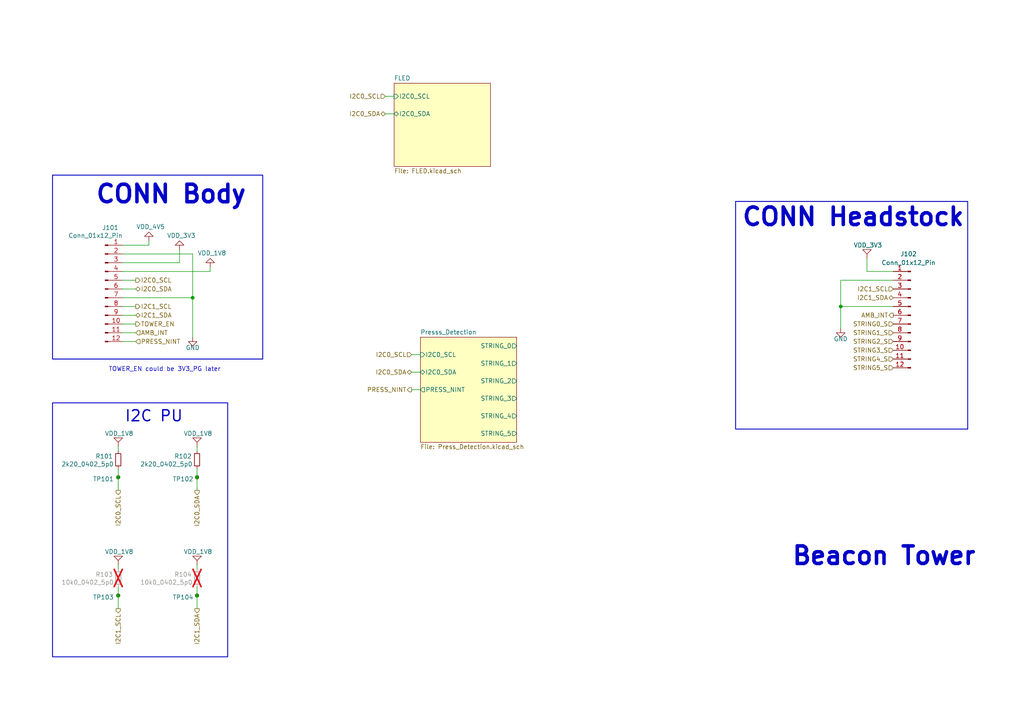
<source format=kicad_sch>
(kicad_sch (version 20250114) (generator "eeschema") (generator_version "9.0")
  (paper "A4")
  (title_block (title "Beacon Tower") (date "2025-06-14") (rev "1"))
  (lib_symbols
    (symbol "CUSTOM_LIBRARY:POWER_SINK" (power) (in_bom no) (on_board no)
      (property "Value" "POWER_SINK" (at -1.016 3.81 0))
      (symbol "POWER_SINK_0_1"
        (polyline (pts (xy 0 1.27) (xy 0 0)))
        (polyline (pts (xy 0 1.27) (xy -1.27 2.54) (xy 1.27 2.54) (xy 0 1.27)))
      )
      (symbol "POWER_SINK_1_1"
        (pin power_in line (at 0 0 90) (length 1.27) (hide yes) (name "VDD_3V3") (number ""))
      )
    )
    (symbol "CUSTOM_LIBRARY:POWER_SOURCE" (power) (in_bom no) (on_board no)
      (property "Value" "POWER_SOURCE" (at 0.508 4.064 0))
      (symbol "POWER_SOURCE_0_1"
        (polyline (pts (xy 0 2.54) (xy -1.27 1.27) (xy 1.27 1.27) (xy 0 2.54)))
        (polyline (pts (xy 0 1.27) (xy 0 0)))
      )
      (symbol "POWER_SOURCE_1_1"
        (pin power_in line (at 0 0 90) (length 1.27) (hide yes) (name "VDD_3V3") (number ""))
      )
    )
    (symbol "Connector:Conn_01x12_Pin" (pin_names (offset 1.016) (hide yes))
      (property "Reference" "J" (at 0 15.24 0))
      (property "Value" "Conn_01x12_Pin" (at 0 -17.78 0))
      (symbol "Conn_01x12_Pin_1_1"
        (rectangle (start 0.8636 12.827) (end 0 12.573) (stroke (width 0.1524)) (fill (type outline)))
        (rectangle (start 0.8636 10.287) (end 0 10.033) (stroke (width 0.1524)) (fill (type outline)))
        (rectangle (start 0.8636 7.747) (end 0 7.493) (stroke (width 0.1524)) (fill (type outline)))
        (rectangle (start 0.8636 5.207) (end 0 4.953) (stroke (width 0.1524)) (fill (type outline)))
        (rectangle (start 0.8636 2.667) (end 0 2.413) (stroke (width 0.1524)) (fill (type outline)))
        (rectangle (start 0.8636 0.127) (end 0 -0.127) (stroke (width 0.1524)) (fill (type outline)))
        (rectangle (start 0.8636 -2.413) (end 0 -2.667) (stroke (width 0.1524)) (fill (type outline)))
        (rectangle (start 0.8636 -4.953) (end 0 -5.207) (stroke (width 0.1524)) (fill (type outline)))
        (rectangle (start 0.8636 -7.493) (end 0 -7.747) (stroke (width 0.1524)) (fill (type outline)))
        (rectangle (start 0.8636 -10.033) (end 0 -10.287) (stroke (width 0.1524)) (fill (type outline)))
        (rectangle (start 0.8636 -12.573) (end 0 -12.827) (stroke (width 0.1524)) (fill (type outline)))
        (rectangle (start 0.8636 -15.113) (end 0 -15.367) (stroke (width 0.1524)) (fill (type outline)))
        (polyline (pts (xy 1.27 12.7) (xy 0.8636 12.7)) (stroke (width 0.1524)))
        (polyline (pts (xy 1.27 10.16) (xy 0.8636 10.16)) (stroke (width 0.1524)))
        (polyline (pts (xy 1.27 7.62) (xy 0.8636 7.62)) (stroke (width 0.1524)))
        (polyline (pts (xy 1.27 5.08) (xy 0.8636 5.08)) (stroke (width 0.1524)))
        (polyline (pts (xy 1.27 2.54) (xy 0.8636 2.54)) (stroke (width 0.1524)))
        (polyline (pts (xy 1.27 0) (xy 0.8636 0)) (stroke (width 0.1524)))
        (polyline (pts (xy 1.27 -2.54) (xy 0.8636 -2.54)) (stroke (width 0.1524)))
        (polyline (pts (xy 1.27 -5.08) (xy 0.8636 -5.08)) (stroke (width 0.1524)))
        (polyline (pts (xy 1.27 -7.62) (xy 0.8636 -7.62)) (stroke (width 0.1524)))
        (polyline (pts (xy 1.27 -10.16) (xy 0.8636 -10.16)) (stroke (width 0.1524)))
        (polyline (pts (xy 1.27 -12.7) (xy 0.8636 -12.7)) (stroke (width 0.1524)))
        (polyline (pts (xy 1.27 -15.24) (xy 0.8636 -15.24)) (stroke (width 0.1524)))
        (pin passive line (at 5.08 12.7 180) (length 3.81) (name "Pin_1") (number "1"))
        (pin passive line (at 5.08 10.16 180) (length 3.81) (name "Pin_2") (number "2"))
        (pin passive line (at 5.08 7.62 180) (length 3.81) (name "Pin_3") (number "3"))
        (pin passive line (at 5.08 5.08 180) (length 3.81) (name "Pin_4") (number "4"))
        (pin passive line (at 5.08 2.54 180) (length 3.81) (name "Pin_5") (number "5"))
        (pin passive line (at 5.08 0 180) (length 3.81) (name "Pin_6") (number "6"))
        (pin passive line (at 5.08 -2.54 180) (length 3.81) (name "Pin_7") (number "7"))
        (pin passive line (at 5.08 -5.08 180) (length 3.81) (name "Pin_8") (number "8"))
        (pin passive line (at 5.08 -7.62 180) (length 3.81) (name "Pin_9") (number "9"))
        (pin passive line (at 5.08 -10.16 180) (length 3.81) (name "Pin_10") (number "10"))
        (pin passive line (at 5.08 -12.7 180) (length 3.81) (name "Pin_11") (number "11"))
        (pin passive line (at 5.08 -15.24 180) (length 3.81) (name "Pin_12") (number "12"))
      )
    )
    (symbol "Connector:TestPoint_Small" (pin_numbers (hide yes)) (pin_names (offset 0.762) (hide yes))
      (property "Reference" "TP" (at 0 3.81 0))
      (property "Value" "TestPoint_Small" (at 0 2.032 0))
      (symbol "TestPoint_Small_0_1"
        (circle (center 0 0) (radius 0.508))
      )
      (symbol "TestPoint_Small_1_1"
        (pin passive line (at 0 0 90) (length 0) (name "1") (number "1"))
      )
    )
    (symbol "Device:R_Small" (pin_numbers (hide yes)) (pin_names (offset 0.254) (hide yes))
      (property "Reference" "R" (at 0 0 90))
      (property "Value" "R_Small" (at 1.778 0 90))
      (symbol "R_Small_0_1"
        (rectangle (start -0.762 1.778) (end 0.762 -1.778) (stroke (width 0.2032)))
      )
      (symbol "R_Small_1_1"
        (pin passive line (at 0 2.54 270) (length 0.762) (name "~") (number "1"))
        (pin passive line (at 0 -2.54 90) (length 0.762) (name "~") (number "2"))
      )
    )
    (symbol "power:GND" (power) (pin_numbers (hide yes)) (pin_names (offset 0) (hide yes))
      (property "Value" "GND" (at 0 -3.81 0))
      (symbol "GND_0_1"
        (polyline (pts (xy 0 0) (xy 0 -1.27) (xy 1.27 -1.27) (xy 0 -2.54) (xy -1.27 -1.27) (xy 0 -1.27)))
      )
      (symbol "GND_1_1"
        (pin power_in line (at 0 0 270) (length 0) (name "~") (number "1"))
      )
    )
  )
  (rectangle (start 213.36 58.42) (end 280.67 124.46) (stroke (width 0.254)))
  (rectangle (start 15.24 50.8) (end 76.2 104.14) (stroke (width 0.254)))
  (rectangle (start 15.24 116.84) (end 66.04 190.5) (stroke (width 0.254)))
  (text "Beacon Tower" (at 229.362 164.338 0) (effects (font (size 5.08 5.08) (thickness 1.016) (bold yes)) (justify left bottom)))
  (text "TOWER_EN could be 3V3_PG later" (at 47.752 107.188 0) (effects (font (size 1.27 1.27))))
  (text "I2C PU" (at 36.068 122.682 0) (effects (font (size 3.175 3.175) (thickness 0.3969)) (justify left bottom)))
  (text "CONN Headstock" (at 214.884 66.04 0) (effects (font (size 5.08 5.08) (thickness 1.016) (bold yes)) (justify left bottom)))
  (text "CONN Body" (at 27.432 59.436 0) (effects (font (size 5.08 5.08) (thickness 1.016) (bold yes)) (justify left bottom)))
  (junction (at 57.15 138.43))
  (junction (at 55.88 86.36))
  (junction (at 57.15 172.72))
  (junction (at 243.84 88.9))
  (junction (at 34.29 172.72))
  (junction (at 34.29 138.43))
  (wire (pts (xy 35.56 86.36) (xy 55.88 86.36)))
  (wire (pts (xy 259.08 78.74) (xy 251.46 78.74)))
  (wire (pts (xy 119.38 102.87) (xy 121.92 102.87)))
  (wire (pts (xy 57.15 163.83) (xy 57.15 165.1)))
  (wire (pts (xy 39.37 91.44) (xy 35.56 91.44)))
  (wire (pts (xy 243.84 88.9) (xy 243.84 81.28)))
  (wire (pts (xy 35.56 71.12) (xy 43.18 71.12)))
  (wire (pts (xy 34.29 163.83) (xy 34.29 165.1)))
  (wire (pts (xy 111.76 33.02) (xy 114.3 33.02)))
  (wire (pts (xy 34.29 138.43) (xy 34.29 142.24)))
  (wire (pts (xy 57.15 138.43) (xy 57.15 142.24)))
  (wire (pts (xy 34.29 135.89) (xy 34.29 138.43)))
  (wire (pts (xy 35.56 78.74) (xy 60.96 78.74)))
  (wire (pts (xy 55.88 86.36) (xy 55.88 97.79)))
  (wire (pts (xy 60.96 77.47) (xy 60.96 78.74)))
  (wire (pts (xy 34.29 129.54) (xy 34.29 130.81)))
  (wire (pts (xy 39.37 88.9) (xy 35.56 88.9)))
  (wire (pts (xy 119.38 113.03) (xy 121.92 113.03)))
  (wire (pts (xy 34.29 170.18) (xy 34.29 172.72)))
  (wire (pts (xy 35.56 73.66) (xy 55.88 73.66)))
  (wire (pts (xy 57.15 135.89) (xy 57.15 138.43)))
  (wire (pts (xy 119.38 107.95) (xy 121.92 107.95)))
  (wire (pts (xy 57.15 170.18) (xy 57.15 172.72)))
  (wire (pts (xy 55.88 73.66) (xy 55.88 86.36)))
  (wire (pts (xy 34.29 172.72) (xy 34.29 176.53)))
  (wire (pts (xy 57.15 129.54) (xy 57.15 130.81)))
  (wire (pts (xy 39.37 81.28) (xy 35.56 81.28)))
  (wire (pts (xy 243.84 95.25) (xy 243.84 88.9)))
  (wire (pts (xy 111.76 27.94) (xy 114.3 27.94)))
  (wire (pts (xy 52.07 76.2) (xy 35.56 76.2)))
  (wire (pts (xy 35.56 93.98) (xy 39.37 93.98)))
  (wire (pts (xy 39.37 99.06) (xy 35.56 99.06)))
  (wire (pts (xy 43.18 69.85) (xy 43.18 71.12)))
  (wire (pts (xy 243.84 88.9) (xy 259.08 88.9)))
  (wire (pts (xy 57.15 172.72) (xy 57.15 176.53)))
  (wire (pts (xy 39.37 83.82) (xy 35.56 83.82)))
  (wire (pts (xy 251.46 78.74) (xy 251.46 74.93)))
  (wire (pts (xy 39.37 96.52) (xy 35.56 96.52)))
  (wire (pts (xy 243.84 81.28) (xy 259.08 81.28)))
  (wire (pts (xy 52.07 72.39) (xy 52.07 76.2)))
  (hierarchical_label "I2C0_SDA" (shape bidirectional) (at 39.37 83.82 0) (property "Intersheetrefs" "${INTERSHEET_REFS}" (effects (hide yes))))
  (hierarchical_label "I2C1_SCL" (shape output) (at 39.37 88.9 0) (property "Intersheetrefs" "${INTERSHEET_REFS}" (effects (hide yes))))
  (hierarchical_label "I2C0_SCL" (shape output) (at 34.29 142.24 270) (property "Intersheetrefs" "${INTERSHEET_REFS}" (effects (hide yes))))
  (hierarchical_label "I2C0_SCL" (shape input) (at 111.76 27.94 180) (property "Intersheetrefs" "${INTERSHEET_REFS}" (effects (hide yes))))
  (hierarchical_label "AMB_INT" (shape input) (at 39.37 96.52 0) (property "Intersheetrefs" "${INTERSHEET_REFS}" (effects (hide yes))))
  (hierarchical_label "I2C0_SDA" (shape bidirectional) (at 119.38 107.95 180) (property "Intersheetrefs" "${INTERSHEET_REFS}" (effects (hide yes))))
  (hierarchical_label "I2C1_SDA" (shape bidirectional) (at 259.08 86.36 180) (property "Intersheetrefs" "${INTERSHEET_REFS}" (effects (hide yes))))
  (hierarchical_label "I2C0_SDA" (shape bidirectional) (at 111.76 33.02 180) (property "Intersheetrefs" "${INTERSHEET_REFS}" (effects (hide yes))))
  (hierarchical_label "STRING4_S" (shape input) (at 259.08 104.14 180))
  (hierarchical_label "STRING3_S" (shape input) (at 259.08 101.6 180))
  (hierarchical_label "I2C1_SCL" (shape output) (at 34.29 176.53 270) (property "Intersheetrefs" "${INTERSHEET_REFS}" (effects (hide yes))))
  (hierarchical_label "STRING1_S" (shape input) (at 259.08 96.52 180))
  (hierarchical_label "STRING2_S" (shape input) (at 259.08 99.06 180))
  (hierarchical_label "I2C1_SDA" (shape bidirectional) (at 39.37 91.44 0) (property "Intersheetrefs" "${INTERSHEET_REFS}" (effects (hide yes))))
  (hierarchical_label "PRESS_NINT" (shape output) (at 119.38 113.03 180) (property "Intersheetrefs" "${INTERSHEET_REFS}" (effects (hide yes))))
  (hierarchical_label "STRING5_S" (shape input) (at 259.08 106.68 180))
  (hierarchical_label "TOWER_EN" (shape output) (at 39.37 93.98 0) (property "Intersheetrefs" "${INTERSHEET_REFS}" (effects (hide yes))))
  (hierarchical_label "STRING0_S" (shape input) (at 259.08 93.98 180))
  (hierarchical_label "PRESS_NINT" (shape input) (at 39.37 99.06 0) (property "Intersheetrefs" "${INTERSHEET_REFS}" (effects (hide yes))))
  (hierarchical_label "I2C0_SCL" (shape output) (at 39.37 81.28 0) (property "Intersheetrefs" "${INTERSHEET_REFS}" (effects (hide yes))))
  (hierarchical_label "I2C0_SCL" (shape input) (at 119.38 102.87 180) (property "Intersheetrefs" "${INTERSHEET_REFS}" (effects (hide yes))))
  (hierarchical_label "AMB_INT" (shape output) (at 259.08 91.44 180) (property "Intersheetrefs" "${INTERSHEET_REFS}" (effects (hide yes))))
  (hierarchical_label "I2C1_SCL" (shape input) (at 259.08 83.82 180) (property "Intersheetrefs" "${INTERSHEET_REFS}" (effects (hide yes))))
  (hierarchical_label "I2C0_SDA" (shape output) (at 57.15 142.24 270) (property "Intersheetrefs" "${INTERSHEET_REFS}" (effects (hide yes))))
  (hierarchical_label "I2C1_SDA" (shape output) (at 57.15 176.53 270) (property "Intersheetrefs" "${INTERSHEET_REFS}" (effects (hide yes))))
  (symbol (lib_id "Device:R_Small") (at 34.29 133.35 180) (unit 1)
    (property "Reference" "R101" (at 30.226 132.334 0))
    (property "Value" "2k20_0402_5p0" (at 25.4 134.62 0))
    (property "Footprint" "Resistor_SMD:R_0402_1005Metric" (effects (hide yes)))
  )
  (symbol (lib_id "Connector:TestPoint_Small") (at 34.29 172.72 0) (unit 1)
    (property "Reference" "TP103" (at 26.924 173.228 0) (effects (justify left)))
    (property "Value" "TestPoint_Small" (effects (hide yes)))
    (property "Footprint" "TestPoint:TestPoint_Pad_D2.0mm" (effects (hide yes)))
    (property "Description" "test point" (effects (hide yes)))
  )
  (symbol (lib_id "CUSTOM_LIBRARY:POWER_SINK") (at 34.29 163.83 0) (unit 1) (in_bom no) (on_board no)
    (property "Reference" "#PWR0109" (effects (hide yes)))
    (property "Value" "VDD_1V8" (at 34.544 160.02 0))
  )
  (symbol (lib_id "Device:R_Small") (at 57.15 133.35 180) (unit 1)
    (property "Reference" "R102" (at 53.086 132.334 0))
    (property "Value" "2k20_0402_5p0" (at 48.26 134.62 0))
    (property "Footprint" "Resistor_SMD:R_0402_1005Metric" (effects (hide yes)))
  )
  (symbol (lib_id "CUSTOM_LIBRARY:POWER_SOURCE") (at 60.96 77.47 0) (unit 1) (in_bom no) (on_board no)
    (property "Reference" "#PWR0104" (effects (hide yes)))
    (property "Value" "VDD_1V8" (at 61.468 73.406 0))
  )
  (symbol (lib_id "Device:R_Small") (at 34.29 167.64 180) (unit 1) (dnp yes)
    (property "Reference" "R103" (at 30.226 166.624 0))
    (property "Value" "10k0_0402_5p0" (at 25.4 168.91 0))
    (property "Footprint" "Resistor_SMD:R_0402_1005Metric" (effects (hide yes)))
  )
  (symbol (lib_id "Connector:Conn_01x12_Pin") (at 30.48 83.82 0) (unit 1)
    (property "Reference" "J101" (at 32.004 66.04 0))
    (property "Value" "Conn_01x12_Pin" (at 27.686 68.326 0))
    (property "Description" "Generic connector, single row, 01x12, script generated" (effects (hide yes)))
  )
  (symbol (lib_id "Device:R_Small") (at 57.15 167.64 180) (unit 1) (dnp yes)
    (property "Reference" "R104" (at 53.086 166.624 0))
    (property "Value" "10k0_0402_5p0" (at 48.26 168.91 0))
    (property "Footprint" "Resistor_SMD:R_0402_1005Metric" (effects (hide yes)))
  )
  (symbol (lib_id "Connector:TestPoint_Small") (at 57.15 138.43 0) (unit 1)
    (property "Reference" "TP102" (at 50.038 138.938 0) (effects (justify left)))
    (property "Value" "TestPoint_Small" (effects (hide yes)))
    (property "Footprint" "TestPoint:TestPoint_Pad_D2.0mm" (effects (hide yes)))
    (property "Description" "test point" (effects (hide yes)))
  )
  (symbol (lib_id "CUSTOM_LIBRARY:POWER_SINK") (at 34.29 129.54 0) (unit 1) (in_bom no) (on_board no)
    (property "Reference" "#PWR0107" (effects (hide yes)))
    (property "Value" "VDD_1V8" (at 34.544 125.73 0))
  )
  (symbol (lib_id "CUSTOM_LIBRARY:POWER_SINK") (at 57.15 129.54 0) (unit 1) (in_bom no) (on_board no)
    (property "Reference" "#PWR0108" (effects (hide yes)))
    (property "Value" "VDD_1V8" (at 57.404 125.73 0))
  )
  (symbol (lib_id "CUSTOM_LIBRARY:POWER_SINK") (at 57.15 163.83 0) (unit 1) (in_bom no) (on_board no)
    (property "Reference" "#PWR0110" (effects (hide yes)))
    (property "Value" "VDD_1V8" (at 57.404 160.02 0))
  )
  (symbol (lib_id "Connector:Conn_01x12_Pin") (at 264.16 91.44 0) (mirror y) (unit 1)
    (property "Reference" "J102" (at 263.525 73.66 0))
    (property "Value" "Conn_01x12_Pin" (at 263.525 76.2 0))
    (property "Description" "Generic connector, single row, 01x12, script generated" (effects (hide yes)))
  )
  (symbol (lib_id "power:GND") (at 55.88 97.79 0) (unit 1)
    (property "Reference" "#PWR0106" (effects (hide yes)))
    (property "Value" "GND" (at 55.88 100.838 0))
    (property "Description" "Power symbol creates a global label with name \"GND\" , ground" (effects (hide yes)))
  )
  (symbol (lib_id "CUSTOM_LIBRARY:POWER_SINK") (at 251.46 74.93 0) (unit 1) (in_bom no) (on_board no)
    (property "Reference" "#PWR0103" (effects (hide yes)))
    (property "Value" "VDD_3V3" (at 251.714 71.12 0))
  )
  (symbol (lib_id "Connector:TestPoint_Small") (at 57.15 172.72 0) (unit 1)
    (property "Reference" "TP104" (at 50.038 173.228 0) (effects (justify left)))
    (property "Value" "TestPoint_Small" (effects (hide yes)))
    (property "Footprint" "TestPoint:TestPoint_Pad_D2.0mm" (effects (hide yes)))
    (property "Description" "test point" (effects (hide yes)))
  )
  (symbol (lib_id "power:GND") (at 243.84 95.25 0) (unit 1)
    (property "Reference" "#PWR0105" (effects (hide yes)))
    (property "Value" "GND" (at 243.84 98.298 0))
    (property "Description" "Power symbol creates a global label with name \"GND\" , ground" (effects (hide yes)))
  )
  (symbol (lib_id "CUSTOM_LIBRARY:POWER_SOURCE") (at 52.07 72.39 0) (unit 1) (in_bom no) (on_board no)
    (property "Reference" "#PWR0102" (effects (hide yes)))
    (property "Value" "VDD_3V3" (at 52.578 68.326 0))
  )
  (symbol (lib_id "CUSTOM_LIBRARY:POWER_SOURCE") (at 43.18 69.85 0) (unit 1) (in_bom no) (on_board no)
    (property "Reference" "#PWR0101" (effects (hide yes)))
    (property "Value" "VDD_4V5" (at 43.688 65.786 0))
  )
  (symbol (lib_id "Connector:TestPoint_Small") (at 34.29 138.43 0) (unit 1)
    (property "Reference" "TP101" (at 26.924 138.938 0) (effects (justify left)))
    (property "Value" "TestPoint_Small" (effects (hide yes)))
    (property "Footprint" "TestPoint:TestPoint_Pad_D2.0mm" (effects (hide yes)))
    (property "Description" "test point" (effects (hide yes)))
  )
  (sheet (at 121.92 97.79) (size 27.94 30.48) (stroke (width 0.1524)) (fill (color 255 255 194 1.0000))
    (property "Sheetname" "Presss_Detection" (at 121.92 97.0784 0) (effects (justify left bottom)))
    (property "Sheetfile" "Press_Detection.kicad_sch" (at 121.92 128.8546 0) (effects (justify left top)))
    (pin "I2C0_SCL" input (at 121.92 102.87 180))
    (pin "I2C0_SDA" bidirectional (at 121.92 107.95 180))
    (pin "PRESS_NINT" output (at 121.92 113.03 180))
    (pin "STRING_0" output (at 149.86 100.33 0))
    (pin "STRING_1" output (at 149.86 105.41 0))
    (pin "STRING_2" output (at 149.86 110.49 0))
    (pin "STRING_3" output (at 149.86 115.57 0))
    (pin "STRING_4" output (at 149.86 120.65 0))
    (pin "STRING_5" output (at 149.86 125.73 0))
  )
  (sheet (at 114.3 24.13) (size 27.94 24.13) (stroke (width 0.1524)) (fill (color 255 255 194 1.0000))
    (property "Sheetname" "FLED" (at 114.3 23.4184 0) (effects (justify left bottom)))
    (property "Sheetfile" "FLED.kicad_sch" (at 114.3 48.8446 0) (effects (justify left top)))
    (pin "I2C0_SCL" input (at 114.3 27.94 180))
    (pin "I2C0_SDA" bidirectional (at 114.3 33.02 180))
  )
)
</source>
